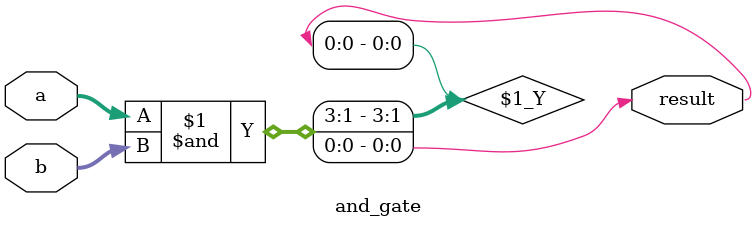
<source format=sv>
module and_gate #(parameter N_bits = 4)(
		input logic [N_bits-1:0] a,
		input logic [N_bits-1:0] b,
		output logic result
);
 
    assign result = a & b;
             
endmodule
</source>
